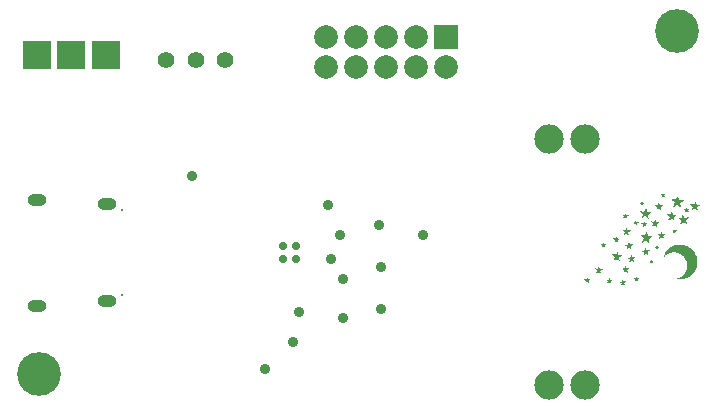
<source format=gbs>
G04 Layer_Color=8150272*
%FSLAX24Y24*%
%MOIN*%
G70*
G01*
G75*
%ADD60R,0.0789X0.0789*%
%ADD61C,0.0789*%
%ADD62C,0.0980*%
%ADD63O,0.0631X0.0395*%
%ADD64C,0.0080*%
%ADD65R,0.0966X0.0966*%
%ADD66C,0.0552*%
%ADD67C,0.0356*%
%ADD68C,0.1458*%
%ADD69C,0.0277*%
G36*
X24413Y9146D02*
X24417Y9128D01*
X24421Y9113D01*
X24424Y9095D01*
X24428Y9088D01*
X24432Y9084D01*
X24439Y9080D01*
X24446D01*
X24468Y9073D01*
X24486Y9070D01*
X24508D01*
X24523Y9066D01*
X24537D01*
X24545Y9062D01*
X24548D01*
X24545Y9059D01*
X24541Y9055D01*
X24523Y9040D01*
X24508Y9029D01*
X24501Y9026D01*
X24464Y9004D01*
X24450Y8993D01*
X24446Y8989D01*
X24453Y8975D01*
X24457Y8957D01*
X24461Y8938D01*
X24464Y8935D01*
Y8931D01*
X24468Y8913D01*
X24472Y8902D01*
Y8887D01*
Y8880D01*
X24468Y8884D01*
X24461Y8887D01*
X24439Y8902D01*
X24421Y8916D01*
X24417Y8924D01*
X24413D01*
X24377Y8957D01*
X24289Y8898D01*
X24282Y8895D01*
X24275D01*
Y8898D01*
Y8906D01*
X24282Y8924D01*
X24289Y8946D01*
X24293Y8949D01*
Y8953D01*
X24315Y9011D01*
X24220Y9099D01*
X24348Y9095D01*
X24373Y9153D01*
X24381Y9168D01*
X24388Y9179D01*
X24395Y9193D01*
X24399Y9197D01*
X24413Y9146D01*
D02*
G37*
G36*
X25729Y9379D02*
X25737Y9368D01*
X25744Y9361D01*
X25747Y9358D01*
X25751Y9354D01*
X25798D01*
X25795Y9350D01*
X25788Y9343D01*
X25784Y9339D01*
X25780Y9336D01*
X25769Y9325D01*
X25766Y9321D01*
X25762Y9314D01*
Y9306D01*
Y9299D01*
X25766Y9292D01*
Y9288D01*
X25769Y9277D01*
Y9270D01*
X25766Y9266D01*
X25762D01*
X25751Y9274D01*
X25744Y9277D01*
X25729Y9285D01*
X25718D01*
X25715Y9281D01*
X25707Y9277D01*
Y9274D01*
X25696Y9263D01*
X25685Y9259D01*
X25682D01*
X25678Y9263D01*
X25682Y9274D01*
Y9281D01*
X25685Y9296D01*
Y9306D01*
Y9310D01*
X25642Y9339D01*
X25667Y9350D01*
X25689Y9358D01*
X25700Y9368D01*
X25707Y9379D01*
X25711Y9383D01*
X25718Y9409D01*
X25729Y9379D01*
D02*
G37*
G36*
X24865Y9073D02*
X24873Y9062D01*
X24880Y9048D01*
X24884Y9044D01*
Y9040D01*
X24898Y8993D01*
X25008Y9004D01*
X24927Y8931D01*
X24942Y8891D01*
X24949Y8869D01*
X24953Y8855D01*
X24956Y8851D01*
Y8847D01*
X24949D01*
X24935Y8855D01*
X24924Y8862D01*
X24916Y8865D01*
X24876Y8891D01*
X24854Y8876D01*
X24847Y8869D01*
X24840Y8865D01*
Y8862D01*
X24825Y8851D01*
X24814Y8840D01*
X24800Y8833D01*
X24792D01*
X24814Y8920D01*
X24807Y8931D01*
X24792Y8942D01*
X24782Y8953D01*
X24774Y8957D01*
X24730Y8982D01*
X24778Y8989D01*
X24803Y8993D01*
X24818D01*
X24825Y8997D01*
X24829D01*
X24833Y9008D01*
X24840Y9022D01*
X24843Y9033D01*
Y9040D01*
X24847Y9055D01*
Y9062D01*
X24854Y9077D01*
X24858Y9080D01*
X24862D01*
X24865Y9073D01*
D02*
G37*
G36*
X25339Y9314D02*
X25347Y9303D01*
X25350Y9292D01*
X25354Y9285D01*
X25372Y9234D01*
X25481Y9245D01*
X25449Y9212D01*
X25430Y9193D01*
X25416Y9186D01*
X25412Y9183D01*
X25408D01*
X25405Y9179D01*
Y9172D01*
X25412Y9150D01*
X25419Y9124D01*
X25423Y9117D01*
Y9113D01*
X25441Y9070D01*
X25427Y9077D01*
X25412Y9088D01*
X25398Y9095D01*
X25383Y9102D01*
X25379Y9106D01*
X25350Y9124D01*
X25328Y9110D01*
X25317Y9102D01*
X25314Y9099D01*
X25310Y9095D01*
X25285Y9077D01*
X25270Y9070D01*
X25263Y9066D01*
Y9073D01*
X25266Y9088D01*
X25270Y9102D01*
X25274Y9110D01*
X25277Y9135D01*
X25281Y9153D01*
X25277Y9161D01*
Y9164D01*
X25266Y9175D01*
X25248Y9190D01*
X25234Y9197D01*
X25226Y9201D01*
X25212Y9208D01*
X25208Y9215D01*
Y9219D01*
X25212Y9223D01*
X25230D01*
X25259Y9226D01*
X25281Y9230D01*
X25292Y9234D01*
X25295D01*
X25306Y9245D01*
X25310Y9259D01*
X25317Y9270D01*
Y9274D01*
X25321Y9288D01*
X25325Y9299D01*
X25332Y9314D01*
X25336Y9317D01*
X25339Y9314D01*
D02*
G37*
G36*
X24388Y9696D02*
X24392Y9686D01*
X24395Y9675D01*
Y9671D01*
X24399Y9653D01*
X24402Y9642D01*
X24406Y9635D01*
X24410Y9631D01*
X24421Y9627D01*
X24435Y9624D01*
X24446Y9620D01*
X24453D01*
X24490Y9616D01*
X24417Y9576D01*
X24424Y9540D01*
X24428Y9522D01*
Y9507D01*
X24432Y9500D01*
Y9496D01*
Y9492D01*
X24424Y9496D01*
X24417Y9500D01*
X24413Y9503D01*
X24395Y9522D01*
X24381Y9529D01*
X24377Y9532D01*
X24359D01*
X24344Y9525D01*
X24333Y9522D01*
X24330Y9518D01*
X24311Y9511D01*
X24300Y9507D01*
X24297D01*
Y9514D01*
X24300Y9525D01*
X24304Y9536D01*
X24308Y9540D01*
X24326Y9580D01*
X24260Y9638D01*
X24348Y9627D01*
X24362Y9667D01*
X24373Y9686D01*
X24377Y9696D01*
X24384Y9700D01*
X24388Y9696D01*
D02*
G37*
G36*
X25868Y9871D02*
Y9868D01*
X25871Y9853D01*
X25875Y9839D01*
X25879Y9828D01*
X25882Y9820D01*
X25897Y9788D01*
X25995D01*
X25926Y9718D01*
X25959Y9631D01*
X25952Y9635D01*
X25937Y9642D01*
X25926Y9649D01*
X25919Y9653D01*
X25875Y9682D01*
X25857Y9667D01*
X25850Y9660D01*
X25842Y9653D01*
Y9649D01*
X25820Y9635D01*
X25809Y9627D01*
X25802Y9624D01*
X25798Y9627D01*
Y9642D01*
X25802Y9653D01*
Y9656D01*
X25817Y9707D01*
X25809Y9718D01*
X25798Y9729D01*
X25784Y9737D01*
X25780Y9740D01*
X25769Y9748D01*
X25758Y9755D01*
X25751Y9762D01*
X25747Y9766D01*
X25755Y9769D01*
X25769Y9773D01*
X25780Y9777D01*
X25788D01*
X25835Y9784D01*
X25846Y9824D01*
X25850Y9842D01*
X25857Y9857D01*
X25860Y9864D01*
Y9868D01*
X25864Y9875D01*
X25868D01*
Y9871D01*
D02*
G37*
G36*
X24814Y9430D02*
X24924Y9434D01*
X24840Y9365D01*
X24858Y9317D01*
X24869Y9296D01*
X24873Y9285D01*
Y9277D01*
X24862D01*
X24851Y9285D01*
X24836Y9288D01*
X24833Y9292D01*
X24811Y9303D01*
X24800Y9310D01*
X24792D01*
X24782Y9306D01*
X24767Y9299D01*
X24752Y9288D01*
X24749Y9285D01*
X24730Y9270D01*
X24720Y9263D01*
X24712Y9259D01*
X24709Y9266D01*
X24712Y9277D01*
X24716Y9288D01*
Y9296D01*
X24723Y9321D01*
Y9339D01*
Y9347D01*
Y9350D01*
X24716Y9365D01*
X24705Y9376D01*
X24690Y9383D01*
X24687Y9387D01*
X24669Y9398D01*
X24658Y9405D01*
X24654Y9412D01*
Y9416D01*
X24661D01*
X24676Y9419D01*
X24745D01*
X24778Y9525D01*
X24814Y9430D01*
D02*
G37*
G36*
X23954Y9467D02*
X23958Y9452D01*
X23961Y9441D01*
X23965Y9434D01*
X23969D01*
X23980Y9430D01*
X23994Y9427D01*
X24016D01*
X24020Y9423D01*
Y9419D01*
X24012D01*
X24005Y9412D01*
X23998Y9409D01*
X23987Y9401D01*
X23980Y9390D01*
X23976Y9387D01*
Y9383D01*
X23972Y9372D01*
X23976Y9361D01*
X23980Y9354D01*
Y9350D01*
X23983Y9339D01*
Y9336D01*
X23972D01*
X23961Y9347D01*
X23958Y9350D01*
X23936Y9368D01*
X23907Y9354D01*
X23892Y9347D01*
X23885Y9343D01*
X23881D01*
X23878Y9347D01*
X23881Y9354D01*
X23885Y9361D01*
X23892Y9376D01*
X23896Y9383D01*
Y9390D01*
X23892Y9398D01*
X23885Y9405D01*
X23881Y9412D01*
X23878D01*
X23867Y9423D01*
X23863Y9427D01*
X23867Y9430D01*
X23870Y9434D01*
X23914D01*
X23921Y9441D01*
X23929Y9452D01*
X23932Y9463D01*
X23936Y9467D01*
X23950Y9500D01*
X23954Y9467D01*
D02*
G37*
G36*
X24162Y8246D02*
X24213D01*
X24224Y8242D01*
X24227Y8238D01*
X24224Y8235D01*
X24217Y8228D01*
X24213Y8224D01*
X24209Y8220D01*
X24195Y8213D01*
X24187Y8202D01*
X24184Y8198D01*
Y8195D01*
Y8180D01*
Y8166D01*
X24187Y8155D01*
Y8147D01*
X24191Y8136D01*
Y8129D01*
X24187Y8126D01*
X24184Y8129D01*
X24180Y8133D01*
X24155Y8151D01*
X24140Y8158D01*
X24133Y8162D01*
X24114D01*
X24100Y8155D01*
X24089Y8151D01*
X24085Y8147D01*
X24067Y8136D01*
X24060Y8133D01*
X24056D01*
X24082Y8202D01*
X24023Y8253D01*
X24107D01*
X24122Y8290D01*
X24133Y8308D01*
X24140Y8315D01*
X24144Y8319D01*
X24162Y8246D01*
D02*
G37*
G36*
X23418Y8311D02*
X23426Y8290D01*
X23429Y8279D01*
X23433Y8271D01*
X23437Y8268D01*
X23447Y8264D01*
X23458Y8260D01*
X23488D01*
X23495Y8257D01*
Y8253D01*
X23491Y8249D01*
X23477Y8238D01*
X23473Y8235D01*
X23469D01*
X23451Y8224D01*
X23444Y8213D01*
Y8206D01*
Y8202D01*
X23451Y8180D01*
X23455Y8169D01*
Y8166D01*
X23458Y8140D01*
X23396Y8187D01*
X23367Y8169D01*
X23353Y8158D01*
X23342Y8155D01*
X23338Y8151D01*
X23334Y8158D01*
X23338Y8169D01*
X23342Y8180D01*
X23345Y8184D01*
X23360Y8224D01*
X23298Y8275D01*
X23378D01*
X23407Y8348D01*
X23418Y8311D01*
D02*
G37*
G36*
X26524Y9424D02*
X26539Y9423D01*
X26551D01*
X26562Y9422D01*
X26570Y9421D01*
X26574Y9420D01*
X26576D01*
X26608Y9413D01*
X26638Y9406D01*
X26668Y9396D01*
X26696Y9386D01*
X26723Y9374D01*
X26748Y9362D01*
X26771Y9350D01*
X26793Y9338D01*
X26811Y9326D01*
X26829Y9315D01*
X26843Y9304D01*
X26855Y9295D01*
X26865Y9287D01*
X26872Y9282D01*
X26877Y9278D01*
X26878Y9277D01*
X26901Y9255D01*
X26922Y9232D01*
X26941Y9208D01*
X26959Y9185D01*
X26974Y9161D01*
X26989Y9137D01*
X27001Y9114D01*
X27012Y9092D01*
X27022Y9071D01*
X27031Y9052D01*
X27037Y9035D01*
X27043Y9021D01*
X27047Y9009D01*
X27051Y9000D01*
X27052Y8995D01*
X27053Y8992D01*
X27058Y8969D01*
X27060Y8960D01*
X27061Y8951D01*
X27063Y8943D01*
X27064Y8938D01*
Y8934D01*
Y8933D01*
X27065Y8922D01*
Y8909D01*
X27066Y8894D01*
Y8881D01*
X27067Y8868D01*
Y8857D01*
Y8852D01*
Y8849D01*
Y8848D01*
Y8847D01*
Y8826D01*
Y8808D01*
X27066Y8793D01*
Y8781D01*
Y8773D01*
X27065Y8766D01*
Y8762D01*
Y8761D01*
X27061Y8741D01*
X27059Y8731D01*
X27058Y8722D01*
X27056Y8715D01*
X27055Y8709D01*
X27054Y8705D01*
Y8704D01*
X27044Y8672D01*
X27032Y8643D01*
X27020Y8614D01*
X27007Y8587D01*
X26993Y8562D01*
X26978Y8539D01*
X26964Y8517D01*
X26950Y8497D01*
X26937Y8480D01*
X26924Y8464D01*
X26913Y8451D01*
X26903Y8440D01*
X26895Y8432D01*
X26889Y8425D01*
X26884Y8421D01*
X26883Y8420D01*
X26859Y8400D01*
X26835Y8381D01*
X26810Y8365D01*
X26786Y8350D01*
X26761Y8337D01*
X26736Y8325D01*
X26713Y8314D01*
X26690Y8305D01*
X26669Y8297D01*
X26649Y8291D01*
X26632Y8285D01*
X26617Y8281D01*
X26605Y8278D01*
X26596Y8276D01*
X26590Y8274D01*
X26588D01*
X26573Y8272D01*
X26555Y8271D01*
X26540Y8269D01*
X26525D01*
X26511Y8268D01*
X26470D01*
X26452Y8269D01*
X26434Y8270D01*
X26420Y8272D01*
X26408Y8273D01*
X26399Y8274D01*
X26394Y8275D01*
X26391D01*
X26378Y8278D01*
X26367Y8279D01*
X26363Y8280D01*
X26360Y8281D01*
X26358D01*
X26353Y8282D01*
X26349Y8283D01*
X26344Y8284D01*
X26341Y8285D01*
Y8286D01*
X26344Y8287D01*
X26348Y8288D01*
X26350D01*
X26354Y8290D01*
X26361Y8292D01*
X26376Y8296D01*
X26383Y8297D01*
X26389Y8299D01*
X26394Y8301D01*
X26395D01*
X26417Y8306D01*
X26438Y8314D01*
X26459Y8322D01*
X26478Y8331D01*
X26494Y8339D01*
X26506Y8345D01*
X26511Y8349D01*
X26514Y8351D01*
X26516Y8352D01*
X26517D01*
X26540Y8366D01*
X26560Y8381D01*
X26577Y8396D01*
X26593Y8409D01*
X26605Y8420D01*
X26612Y8428D01*
X26618Y8434D01*
X26620Y8436D01*
X26632Y8451D01*
X26643Y8466D01*
X26653Y8479D01*
X26660Y8491D01*
X26667Y8502D01*
X26671Y8509D01*
X26675Y8514D01*
X26676Y8516D01*
X26690Y8546D01*
X26696Y8562D01*
X26702Y8576D01*
X26706Y8588D01*
X26708Y8597D01*
X26711Y8603D01*
X26712Y8605D01*
X26717Y8625D01*
X26719Y8634D01*
X26720Y8640D01*
X26723Y8647D01*
Y8651D01*
X26724Y8655D01*
Y8656D01*
X26725Y8666D01*
Y8676D01*
X26726Y8698D01*
Y8708D01*
Y8716D01*
Y8721D01*
Y8723D01*
Y8745D01*
X26725Y8766D01*
X26724Y8784D01*
X26723Y8798D01*
X26720Y8810D01*
X26719Y8819D01*
X26718Y8824D01*
Y8826D01*
X26714Y8842D01*
X26708Y8858D01*
X26703Y8873D01*
X26696Y8887D01*
X26691Y8901D01*
X26687Y8910D01*
X26683Y8917D01*
X26682Y8918D01*
Y8919D01*
X26663Y8955D01*
X26641Y8987D01*
X26630Y9001D01*
X26618Y9015D01*
X26607Y9027D01*
X26597Y9038D01*
X26586Y9048D01*
X26577Y9057D01*
X26569Y9065D01*
X26562Y9071D01*
X26555Y9075D01*
X26551Y9079D01*
X26549Y9081D01*
X26548Y9082D01*
X26531Y9093D01*
X26515Y9104D01*
X26481Y9121D01*
X26447Y9136D01*
X26417Y9145D01*
X26402Y9150D01*
X26390Y9153D01*
X26378Y9156D01*
X26369Y9159D01*
X26361Y9160D01*
X26355Y9161D01*
X26351Y9162D01*
X26350D01*
X26329Y9164D01*
X26308Y9166D01*
X26268D01*
X26232Y9162D01*
X26214Y9160D01*
X26199Y9157D01*
X26185Y9154D01*
X26172Y9151D01*
X26160Y9148D01*
X26151Y9145D01*
X26143Y9142D01*
X26137Y9141D01*
X26134Y9139D01*
X26132D01*
X26113Y9131D01*
X26094Y9121D01*
X26060Y9102D01*
X26029Y9081D01*
X26015Y9070D01*
X26002Y9060D01*
X25990Y9050D01*
X25980Y9040D01*
X25972Y9033D01*
X25964Y9025D01*
X25959Y9020D01*
X25954Y9015D01*
X25952Y9012D01*
X25951Y9011D01*
X25931Y8989D01*
X25927Y8984D01*
X25925Y8981D01*
X25924Y8980D01*
X25937Y9023D01*
X25946Y9047D01*
X25954Y9069D01*
X25963Y9089D01*
X25972Y9106D01*
X25978Y9120D01*
X25985Y9131D01*
X25987Y9136D01*
X25989Y9139D01*
X25990Y9140D01*
Y9141D01*
X26002Y9161D01*
X26015Y9180D01*
X26029Y9198D01*
X26041Y9213D01*
X26052Y9226D01*
X26060Y9236D01*
X26066Y9243D01*
X26067Y9245D01*
X26068D01*
X26088Y9263D01*
X26107Y9282D01*
X26128Y9297D01*
X26148Y9313D01*
X26167Y9327D01*
X26187Y9339D01*
X26206Y9350D01*
X26223Y9360D01*
X26240Y9368D01*
X26255Y9376D01*
X26268Y9381D01*
X26280Y9387D01*
X26289Y9391D01*
X26296Y9394D01*
X26301Y9396D01*
X26302D01*
X26326Y9403D01*
X26351Y9410D01*
X26375Y9415D01*
X26399Y9419D01*
X26446Y9423D01*
X26467Y9424D01*
X26488Y9425D01*
X26506D01*
X26524Y9424D01*
D02*
G37*
G36*
X24607Y8184D02*
X24687Y8195D01*
X24621Y8140D01*
X24636Y8111D01*
X24643Y8093D01*
X24647Y8082D01*
Y8074D01*
X24639D01*
X24632Y8078D01*
X24621Y8082D01*
X24618Y8085D01*
X24585Y8107D01*
X24570Y8096D01*
X24563Y8089D01*
X24559Y8085D01*
Y8082D01*
X24541Y8071D01*
X24530Y8067D01*
X24526Y8064D01*
Y8071D01*
X24530Y8082D01*
X24534Y8093D01*
Y8096D01*
X24537Y8115D01*
Y8126D01*
Y8133D01*
X24530Y8140D01*
X24519Y8151D01*
X24512Y8155D01*
X24508Y8158D01*
X24475Y8177D01*
X24512Y8180D01*
X24530Y8184D01*
X24541D01*
X24548Y8187D01*
X24552Y8198D01*
X24559Y8209D01*
X24563Y8224D01*
X24566Y8228D01*
X24574Y8257D01*
X24607Y8184D01*
D02*
G37*
G36*
X23790Y8698D02*
X23794Y8690D01*
X23797Y8672D01*
X23801Y8654D01*
X23805Y8650D01*
Y8647D01*
X23808Y8632D01*
X23816Y8625D01*
X23819Y8618D01*
X23827Y8614D01*
X23837Y8610D01*
X23878D01*
X23888Y8607D01*
X23892D01*
X23914Y8599D01*
X23881Y8581D01*
X23856Y8567D01*
X23845Y8556D01*
X23837Y8552D01*
Y8548D01*
X23834Y8541D01*
Y8526D01*
X23837Y8516D01*
Y8512D01*
X23841Y8494D01*
X23845Y8479D01*
X23848Y8472D01*
Y8468D01*
X23852Y8461D01*
X23848Y8457D01*
X23841Y8461D01*
X23830Y8468D01*
X23812Y8479D01*
X23808Y8483D01*
X23805Y8486D01*
X23772Y8519D01*
X23728Y8490D01*
X23706Y8475D01*
X23695Y8468D01*
X23692D01*
Y8472D01*
Y8479D01*
X23699Y8501D01*
X23703Y8519D01*
X23706Y8523D01*
Y8526D01*
X23721Y8559D01*
X23648Y8629D01*
X23746Y8625D01*
X23768Y8669D01*
X23772Y8680D01*
X23779Y8690D01*
X23783Y8698D01*
X23790Y8701D01*
Y8698D01*
D02*
G37*
G36*
X25543Y8916D02*
X25547Y8906D01*
X25554Y8898D01*
X25558Y8891D01*
X25565Y8887D01*
X25620D01*
X25591Y8869D01*
X25583Y8862D01*
X25576Y8855D01*
Y8851D01*
Y8844D01*
X25580Y8833D01*
X25583Y8825D01*
Y8822D01*
X25587Y8807D01*
X25591Y8800D01*
Y8793D01*
X25587Y8796D01*
X25580Y8800D01*
X25572Y8803D01*
X25569D01*
X25554Y8811D01*
X25547Y8818D01*
X25540D01*
X25529Y8814D01*
X25525Y8811D01*
X25514Y8800D01*
X25503Y8796D01*
X25500D01*
X25496Y8800D01*
X25500Y8811D01*
Y8818D01*
Y8833D01*
Y8840D01*
Y8847D01*
X25485Y8858D01*
X25481Y8865D01*
X25478D01*
X25452Y8876D01*
X25481Y8880D01*
X25496Y8884D01*
X25503D01*
X25511Y8887D01*
X25514Y8895D01*
X25518Y8902D01*
X25521Y8909D01*
Y8913D01*
X25529Y8946D01*
X25543Y8916D01*
D02*
G37*
G36*
X25051Y8373D02*
X25055Y8362D01*
X25059Y8351D01*
Y8348D01*
X25062Y8333D01*
X25066Y8322D01*
X25069Y8315D01*
X25073Y8311D01*
X25095D01*
X25113Y8308D01*
X25124Y8304D01*
Y8297D01*
Y8293D01*
X25113Y8279D01*
X25110Y8275D01*
X25106D01*
X25091Y8264D01*
X25084Y8257D01*
Y8249D01*
Y8246D01*
Y8235D01*
Y8224D01*
X25088Y8217D01*
Y8213D01*
X25091Y8198D01*
Y8191D01*
Y8187D01*
X25084Y8191D01*
X25073Y8202D01*
X25062Y8209D01*
X25059Y8213D01*
X25033Y8235D01*
X25004Y8217D01*
X24986Y8206D01*
X24975Y8198D01*
X24967D01*
Y8206D01*
X24975Y8217D01*
X24978Y8228D01*
X24982Y8231D01*
X24997Y8264D01*
X24935Y8322D01*
X25018Y8319D01*
X25029Y8351D01*
X25037Y8366D01*
X25044Y8373D01*
X25048Y8377D01*
X25051Y8373D01*
D02*
G37*
G36*
X24672Y8701D02*
X24683Y8683D01*
X24687Y8676D01*
Y8672D01*
X24698Y8636D01*
X24796Y8647D01*
X24760Y8618D01*
X24741Y8599D01*
X24734Y8588D01*
X24730Y8581D01*
Y8577D01*
Y8567D01*
X24734Y8548D01*
X24738Y8537D01*
X24741Y8530D01*
X24756Y8490D01*
X24701Y8530D01*
X24690Y8537D01*
X24676D01*
X24665Y8534D01*
X24654Y8526D01*
X24643Y8519D01*
X24639Y8516D01*
X24625Y8497D01*
X24614Y8490D01*
X24610Y8486D01*
X24607Y8490D01*
X24610Y8505D01*
X24614Y8516D01*
Y8519D01*
X24618Y8541D01*
X24621Y8552D01*
Y8559D01*
Y8563D01*
X24614Y8574D01*
X24603Y8588D01*
X24588Y8596D01*
X24585Y8599D01*
X24541Y8625D01*
X24585Y8629D01*
X24607Y8632D01*
X24621Y8636D01*
X24628Y8639D01*
X24632D01*
X24639Y8650D01*
X24643Y8661D01*
X24647Y8676D01*
X24650Y8680D01*
X24658Y8698D01*
X24661Y8709D01*
X24669D01*
X24672Y8701D01*
D02*
G37*
G36*
X25376Y10586D02*
X25379Y10568D01*
X25383Y10553D01*
X25394Y10531D01*
X25398Y10524D01*
X25401Y10520D01*
X25416Y10513D01*
X25434Y10509D01*
X25507D01*
X25518Y10506D01*
X25521D01*
X25532Y10502D01*
Y10498D01*
Y10495D01*
Y10491D01*
X25521Y10484D01*
X25503Y10473D01*
X25489Y10466D01*
X25481Y10462D01*
X25419Y10422D01*
Y10418D01*
Y10407D01*
Y10400D01*
Y10396D01*
X25423Y10378D01*
X25427Y10364D01*
X25430Y10349D01*
Y10345D01*
X25441Y10302D01*
Y10287D01*
Y10280D01*
Y10276D01*
X25438Y10280D01*
X25430Y10287D01*
X25423Y10294D01*
X25419Y10298D01*
X25332Y10367D01*
X25226Y10312D01*
X25219Y10305D01*
X25212Y10302D01*
Y10305D01*
Y10312D01*
X25215Y10320D01*
Y10323D01*
X25259Y10433D01*
X25146Y10535D01*
X25299Y10524D01*
X25347Y10641D01*
X25357Y10659D01*
X25376Y10586D01*
D02*
G37*
G36*
X25215Y10859D02*
X25223Y10852D01*
X25226Y10848D01*
Y10845D01*
X25237Y10830D01*
X25241Y10823D01*
X25285D01*
X25288Y10819D01*
X25285Y10812D01*
X25277Y10801D01*
X25270Y10797D01*
X25263Y10790D01*
X25259Y10783D01*
Y10779D01*
Y10772D01*
Y10764D01*
X25263Y10757D01*
Y10754D01*
X25266Y10743D01*
Y10735D01*
Y10732D01*
X25263D01*
X25255Y10735D01*
X25252Y10739D01*
X25248D01*
X25237Y10746D01*
X25215D01*
X25208Y10743D01*
X25204Y10739D01*
X25201Y10735D01*
X25175Y10721D01*
Y10724D01*
Y10732D01*
Y10739D01*
Y10743D01*
Y10757D01*
Y10768D01*
Y10775D01*
X25172Y10783D01*
X25164Y10786D01*
X25161Y10790D01*
X25157D01*
X25146Y10801D01*
X25142Y10808D01*
X25146Y10812D01*
X25150Y10816D01*
X25182D01*
X25190Y10819D01*
X25197D01*
X25201Y10834D01*
Y10837D01*
Y10841D01*
X25204Y10856D01*
X25208Y10863D01*
X25212D01*
X25215Y10859D01*
D02*
G37*
G36*
X26250Y10455D02*
X26254Y10440D01*
X26258Y10433D01*
X26261Y10425D01*
X26269Y10422D01*
X26280Y10418D01*
X26291D01*
X26393Y10404D01*
X26283Y10338D01*
Y10334D01*
Y10323D01*
X26287Y10302D01*
X26291Y10283D01*
X26294Y10276D01*
Y10272D01*
X26298Y10254D01*
X26301Y10240D01*
Y10221D01*
Y10214D01*
Y10210D01*
X26291Y10218D01*
X26280Y10229D01*
X26265Y10240D01*
X26261Y10243D01*
X26240Y10261D01*
X26225Y10272D01*
X26218Y10276D01*
X26199D01*
X26178Y10269D01*
X26159Y10258D01*
X26156Y10254D01*
X26152D01*
X26134Y10247D01*
X26123Y10240D01*
X26105Y10232D01*
X26097Y10229D01*
Y10232D01*
Y10240D01*
X26101Y10243D01*
Y10247D01*
X26141Y10349D01*
X26039Y10440D01*
X26156Y10433D01*
X26163D01*
X26167Y10436D01*
X26170Y10440D01*
X26174D01*
X26181Y10455D01*
X26188Y10469D01*
X26192Y10484D01*
X26196Y10487D01*
X26225Y10549D01*
X26250Y10455D01*
D02*
G37*
G36*
X26735Y10622D02*
X26804D01*
X26801Y10615D01*
X26794Y10608D01*
X26786Y10597D01*
X26783Y10593D01*
X26757Y10571D01*
X26779Y10506D01*
X26772Y10509D01*
X26761Y10513D01*
X26746Y10517D01*
X26743Y10520D01*
X26713Y10538D01*
X26699Y10528D01*
X26692Y10524D01*
X26688Y10520D01*
Y10517D01*
X26673Y10506D01*
X26666Y10498D01*
X26655D01*
Y10502D01*
Y10506D01*
X26659Y10517D01*
X26662Y10528D01*
X26666Y10538D01*
Y10542D01*
Y10553D01*
Y10560D01*
Y10568D01*
X26659Y10575D01*
X26648Y10582D01*
X26637Y10586D01*
X26633Y10590D01*
X26604Y10611D01*
X26640Y10619D01*
X26659Y10622D01*
X26670D01*
X26677Y10626D01*
X26681D01*
X26684Y10633D01*
X26688Y10644D01*
X26692Y10655D01*
Y10659D01*
X26702Y10692D01*
X26735Y10622D01*
D02*
G37*
G36*
X26466Y10925D02*
X26575Y10910D01*
X26637Y10899D01*
X26568Y10859D01*
X26546Y10845D01*
X26531Y10834D01*
X26520Y10826D01*
X26517Y10823D01*
X26502Y10816D01*
X26498Y10808D01*
X26495Y10805D01*
Y10797D01*
X26498Y10786D01*
X26502Y10764D01*
X26506Y10743D01*
X26509Y10735D01*
Y10732D01*
X26513Y10713D01*
X26517Y10695D01*
X26524Y10673D01*
X26527Y10659D01*
Y10655D01*
Y10648D01*
X26520D01*
X26506Y10662D01*
X26484Y10681D01*
X26466Y10695D01*
X26462Y10703D01*
X26458D01*
X26411Y10739D01*
X26400Y10746D01*
X26396Y10754D01*
X26393D01*
X26272Y10681D01*
X26261Y10673D01*
X26258Y10670D01*
X26254D01*
Y10673D01*
Y10681D01*
X26258Y10688D01*
Y10692D01*
X26312Y10830D01*
X26250Y10885D01*
X26232Y10899D01*
X26218Y10914D01*
X26210Y10921D01*
X26203Y10929D01*
X26199Y10939D01*
X26203Y10943D01*
X26258D01*
X26272Y10939D01*
X26283D01*
X26312Y10936D01*
X26331Y10932D01*
X26345D01*
X26353Y10936D01*
X26360Y10939D01*
X26363Y10943D01*
X26393Y11016D01*
X26404Y11038D01*
X26411Y11056D01*
X26414Y11063D01*
X26418Y11071D01*
X26425Y11074D01*
X26466Y10925D01*
D02*
G37*
G36*
X25930Y11129D02*
X25933Y11114D01*
X25941Y11107D01*
X25944Y11100D01*
X25973D01*
X26006Y11096D01*
X25959Y11060D01*
X25970Y11031D01*
X25973Y11016D01*
Y11005D01*
Y11001D01*
X25966Y11005D01*
X25959Y11009D01*
X25952Y11012D01*
X25948Y11016D01*
X25922Y11034D01*
X25911Y11023D01*
X25908Y11016D01*
X25904Y11012D01*
X25893Y11001D01*
X25886Y10998D01*
X25879D01*
Y11005D01*
Y11009D01*
X25886Y11042D01*
X25882Y11052D01*
X25875Y11060D01*
X25868Y11067D01*
X25864Y11071D01*
X25835Y11089D01*
X25868Y11093D01*
X25882D01*
X25890Y11096D01*
X25897D01*
X25901Y11103D01*
X25904Y11114D01*
X25908Y11125D01*
Y11129D01*
X25919Y11154D01*
X25930Y11129D01*
D02*
G37*
G36*
X25824Y10743D02*
X25926Y10732D01*
X25839Y10677D01*
Y10670D01*
X25842Y10659D01*
X25846Y10644D01*
Y10641D01*
X25850Y10619D01*
X25853Y10600D01*
X25857Y10586D01*
Y10579D01*
Y10575D01*
X25853D01*
X25842Y10582D01*
X25831Y10593D01*
X25824Y10597D01*
X25798Y10619D01*
X25784Y10630D01*
X25777Y10633D01*
X25766Y10630D01*
X25751Y10622D01*
X25740Y10615D01*
X25733Y10611D01*
X25711Y10600D01*
X25700Y10597D01*
X25693Y10593D01*
Y10597D01*
Y10600D01*
X25700Y10619D01*
X25707Y10633D01*
X25711Y10641D01*
X25729Y10684D01*
X25649Y10754D01*
X25755Y10746D01*
X25795Y10841D01*
X25824Y10743D01*
D02*
G37*
G36*
X27012Y10867D02*
X27016Y10863D01*
X27020Y10845D01*
X27023Y10826D01*
X27027Y10823D01*
Y10819D01*
X27041Y10757D01*
X27078Y10754D01*
X27100Y10750D01*
X27151D01*
X27162Y10746D01*
X27165Y10743D01*
X27162Y10739D01*
X27158Y10735D01*
X27154Y10732D01*
X27151D01*
X27114Y10710D01*
X27100Y10699D01*
X27085Y10692D01*
X27071Y10681D01*
X27060Y10673D01*
Y10670D01*
X27067Y10648D01*
X27074Y10626D01*
X27078Y10615D01*
Y10611D01*
X27082Y10593D01*
X27085Y10582D01*
X27089Y10564D01*
Y10557D01*
Y10553D01*
X27078Y10560D01*
X27060Y10571D01*
X27045Y10586D01*
X27038Y10590D01*
X26994Y10633D01*
X26972Y10619D01*
X26950Y10608D01*
X26932Y10597D01*
X26917Y10590D01*
X26914Y10586D01*
X26881Y10568D01*
X26896Y10611D01*
X26928Y10684D01*
X26834Y10772D01*
X26965Y10764D01*
X26983Y10816D01*
X26990Y10830D01*
X26998Y10845D01*
X27005Y10859D01*
X27009Y10870D01*
X27012Y10867D01*
D02*
G37*
G36*
X24723Y9988D02*
X24727Y9970D01*
X24730Y9955D01*
X24734Y9952D01*
Y9948D01*
X24745Y9901D01*
X24847Y9893D01*
X24814Y9871D01*
X24789Y9857D01*
X24771Y9842D01*
X24763Y9839D01*
Y9835D01*
X24760Y9824D01*
X24763Y9806D01*
X24767Y9791D01*
Y9788D01*
Y9784D01*
X24774Y9762D01*
X24778Y9748D01*
Y9740D01*
Y9737D01*
Y9733D01*
X24774Y9737D01*
X24767Y9740D01*
X24763Y9744D01*
X24760D01*
X24745Y9755D01*
X24734Y9766D01*
X24727Y9773D01*
X24723Y9777D01*
X24712Y9788D01*
X24705Y9791D01*
X24698D01*
X24683Y9788D01*
X24665Y9780D01*
X24654Y9773D01*
X24647Y9769D01*
X24625Y9758D01*
X24614Y9751D01*
X24607D01*
X24643Y9839D01*
X24566Y9912D01*
X24679Y9908D01*
X24694Y9955D01*
X24701Y9970D01*
X24705Y9981D01*
X24712Y9995D01*
X24716Y9999D01*
X24723Y9988D01*
D02*
G37*
G36*
X25325Y10138D02*
X25398D01*
X25368Y10112D01*
X25357Y10101D01*
X25354Y10090D01*
X25350Y10083D01*
Y10079D01*
Y10068D01*
X25357Y10050D01*
X25361Y10035D01*
X25365Y10032D01*
Y10028D01*
Y10025D01*
Y10021D01*
X25354Y10025D01*
X25343Y10032D01*
X25336Y10035D01*
X25303Y10054D01*
X25285Y10043D01*
X25277Y10035D01*
X25274Y10032D01*
X25259Y10021D01*
X25248Y10014D01*
X25244D01*
Y10021D01*
Y10028D01*
X25248Y10039D01*
Y10043D01*
X25252Y10061D01*
Y10072D01*
Y10076D01*
Y10079D01*
X25244Y10090D01*
X25237Y10101D01*
X25226Y10105D01*
X25223Y10108D01*
X25193Y10127D01*
X25230Y10130D01*
X25244D01*
X25255Y10134D01*
X25263D01*
X25266Y10141D01*
X25274Y10152D01*
X25277Y10163D01*
Y10167D01*
X25292Y10207D01*
X25325Y10138D01*
D02*
G37*
G36*
X25379Y9868D02*
X25383Y9861D01*
X25387Y9850D01*
Y9846D01*
X25416Y9722D01*
X25580Y9700D01*
X25452Y9624D01*
X25449Y9620D01*
Y9613D01*
Y9609D01*
Y9605D01*
Y9591D01*
X25452Y9573D01*
X25456Y9554D01*
Y9551D01*
Y9547D01*
X25467Y9500D01*
X25470Y9485D01*
X25474Y9478D01*
X25478Y9471D01*
Y9463D01*
X25470D01*
X25463Y9467D01*
X25456Y9474D01*
X25434Y9492D01*
X25412Y9511D01*
X25408Y9514D01*
X25405Y9518D01*
X25354Y9565D01*
X25255Y9507D01*
X25230Y9489D01*
X25223Y9481D01*
Y9485D01*
Y9489D01*
Y9496D01*
X25226Y9507D01*
X25234Y9532D01*
X25241Y9554D01*
X25244Y9562D01*
Y9565D01*
X25270Y9631D01*
X25146Y9740D01*
X25255Y9733D01*
X25292Y9729D01*
X25303Y9726D01*
X25310Y9729D01*
X25314Y9733D01*
X25317D01*
X25321Y9740D01*
X25325Y9751D01*
X25336Y9773D01*
X25343Y9795D01*
X25347Y9799D01*
Y9802D01*
X25368Y9850D01*
X25376Y9864D01*
X25379Y9871D01*
Y9868D01*
D02*
G37*
G36*
X26301Y9926D02*
X26305Y9915D01*
X26312Y9908D01*
X26316Y9901D01*
X26323Y9897D01*
X26378D01*
X26327Y9853D01*
X26356Y9799D01*
X26298Y9831D01*
X26287Y9820D01*
X26280Y9813D01*
X26276D01*
X26265Y9802D01*
X26261Y9799D01*
X26258Y9795D01*
Y9799D01*
Y9806D01*
Y9813D01*
Y9817D01*
X26261Y9831D01*
Y9839D01*
Y9846D01*
X26258Y9853D01*
X26250Y9861D01*
X26243Y9868D01*
X26240Y9871D01*
X26214Y9890D01*
X26247Y9893D01*
X26258D01*
X26265Y9897D01*
X26272D01*
X26276Y9904D01*
X26280Y9912D01*
X26283Y9919D01*
Y9922D01*
X26291Y9952D01*
X26301Y9926D01*
D02*
G37*
G36*
X25667Y10269D02*
Y10265D01*
X25675Y10251D01*
X25678Y10232D01*
Y10229D01*
Y10225D01*
X25689Y10178D01*
X25762D01*
X25769Y10174D01*
X25780D01*
X25784Y10170D01*
Y10167D01*
X25777Y10163D01*
X25769Y10156D01*
X25758Y10148D01*
X25755Y10145D01*
X25737Y10134D01*
X25726Y10123D01*
X25718Y10116D01*
Y10112D01*
X25715Y10094D01*
X25718Y10072D01*
X25722Y10050D01*
Y10046D01*
Y10043D01*
X25729Y10014D01*
X25649Y10087D01*
X25605Y10057D01*
X25591Y10050D01*
X25580Y10043D01*
X25565Y10035D01*
X25562D01*
Y10039D01*
Y10043D01*
X25565Y10061D01*
X25569Y10076D01*
X25572Y10083D01*
X25591Y10127D01*
X25562Y10156D01*
X25543Y10174D01*
X25532Y10185D01*
X25525Y10189D01*
X25521Y10192D01*
X25518Y10196D01*
X25521Y10200D01*
X25532D01*
X25624Y10192D01*
X25642Y10240D01*
X25645Y10251D01*
X25653Y10261D01*
X25656Y10269D01*
X25664Y10272D01*
X25667Y10269D01*
D02*
G37*
G36*
X24687Y10466D02*
X24690Y10451D01*
X24694Y10444D01*
Y10440D01*
X24701Y10411D01*
X24782Y10404D01*
X24745Y10378D01*
X24734Y10371D01*
X24723Y10367D01*
X24716Y10356D01*
X24712Y10349D01*
Y10345D01*
X24716Y10334D01*
X24720Y10323D01*
X24723Y10312D01*
Y10309D01*
Y10298D01*
Y10294D01*
Y10291D01*
X24716Y10294D01*
X24705Y10302D01*
X24698Y10305D01*
X24694Y10309D01*
X24669Y10331D01*
X24632Y10312D01*
X24614Y10302D01*
X24603Y10298D01*
X24599D01*
X24628Y10367D01*
X24566Y10422D01*
X24647Y10415D01*
X24665Y10447D01*
X24672Y10466D01*
X24676Y10469D01*
X24683D01*
X24687Y10466D01*
D02*
G37*
G36*
X25018Y10243D02*
X25026Y10229D01*
Y10225D01*
Y10221D01*
X25029Y10207D01*
X25033Y10200D01*
X25037Y10192D01*
X25044Y10189D01*
X25055D01*
X25066Y10185D01*
X25069D01*
X25110Y10178D01*
X25080Y10159D01*
X25062Y10148D01*
X25051Y10141D01*
X25048Y10134D01*
Y10130D01*
Y10119D01*
Y10108D01*
X25051Y10097D01*
Y10094D01*
X25055Y10083D01*
Y10076D01*
X25051D01*
X25044Y10079D01*
X25033Y10087D01*
X25026Y10094D01*
X25000Y10112D01*
X24964Y10094D01*
X24953Y10087D01*
X24942Y10083D01*
X24935D01*
X24938Y10087D01*
Y10090D01*
X24949Y10116D01*
X24953Y10130D01*
X24956Y10138D01*
Y10141D01*
X24953Y10148D01*
X24946Y10156D01*
X24938Y10163D01*
X24935D01*
X24909Y10189D01*
X24986D01*
X25000Y10221D01*
X25008Y10240D01*
X25011Y10247D01*
X25015D01*
X25018Y10243D01*
D02*
G37*
G36*
X26586Y10433D02*
X26589Y10425D01*
X26600Y10407D01*
X26608Y10385D01*
X26611Y10378D01*
Y10374D01*
X26633Y10323D01*
X26775Y10331D01*
X26670Y10236D01*
X26713Y10116D01*
X26710D01*
X26702Y10119D01*
X26684Y10134D01*
X26666Y10145D01*
X26662Y10148D01*
X26659D01*
X26619Y10170D01*
X26600Y10178D01*
X26589Y10174D01*
X26571Y10163D01*
X26560Y10148D01*
X26553Y10145D01*
X26538Y10130D01*
X26524Y10123D01*
X26509Y10112D01*
X26498Y10108D01*
Y10112D01*
Y10119D01*
X26502Y10141D01*
X26506Y10163D01*
X26509Y10167D01*
Y10170D01*
X26524Y10229D01*
X26407Y10305D01*
X26476Y10312D01*
X26549Y10316D01*
X26564Y10382D01*
X26568Y10400D01*
X26571Y10415D01*
X26575Y10425D01*
X26579Y10433D01*
X26582Y10436D01*
X26586Y10433D01*
D02*
G37*
D60*
X18701Y16339D02*
D03*
D61*
Y15339D02*
D03*
X17701Y16339D02*
D03*
Y15339D02*
D03*
X16701Y16339D02*
D03*
Y15339D02*
D03*
X15701Y16339D02*
D03*
Y15339D02*
D03*
X14701Y16339D02*
D03*
Y15339D02*
D03*
D62*
X22136Y12958D02*
D03*
X23336D02*
D03*
Y4758D02*
D03*
X22136D02*
D03*
D63*
X7382Y10780D02*
D03*
Y7528D02*
D03*
X5039Y10921D02*
D03*
Y7386D02*
D03*
D64*
X7874Y10571D02*
D03*
Y7736D02*
D03*
D65*
X7360Y15748D02*
D03*
X6201D02*
D03*
X5041D02*
D03*
D66*
X9366Y15563D02*
D03*
X10346Y15573D02*
D03*
X11326D02*
D03*
D67*
X14862Y8957D02*
D03*
X15157Y9744D02*
D03*
X14764Y10728D02*
D03*
X16535Y8661D02*
D03*
X13780Y7185D02*
D03*
X10236Y11713D02*
D03*
X17913Y9744D02*
D03*
X16535Y7283D02*
D03*
X15256Y6988D02*
D03*
Y8268D02*
D03*
X13580Y6170D02*
D03*
X12650Y5290D02*
D03*
X16437Y10077D02*
D03*
D68*
X5118Y5118D02*
D03*
X26378Y16535D02*
D03*
D69*
X13268Y9370D02*
D03*
X13701D02*
D03*
X13268Y8937D02*
D03*
X13701D02*
D03*
M02*

</source>
